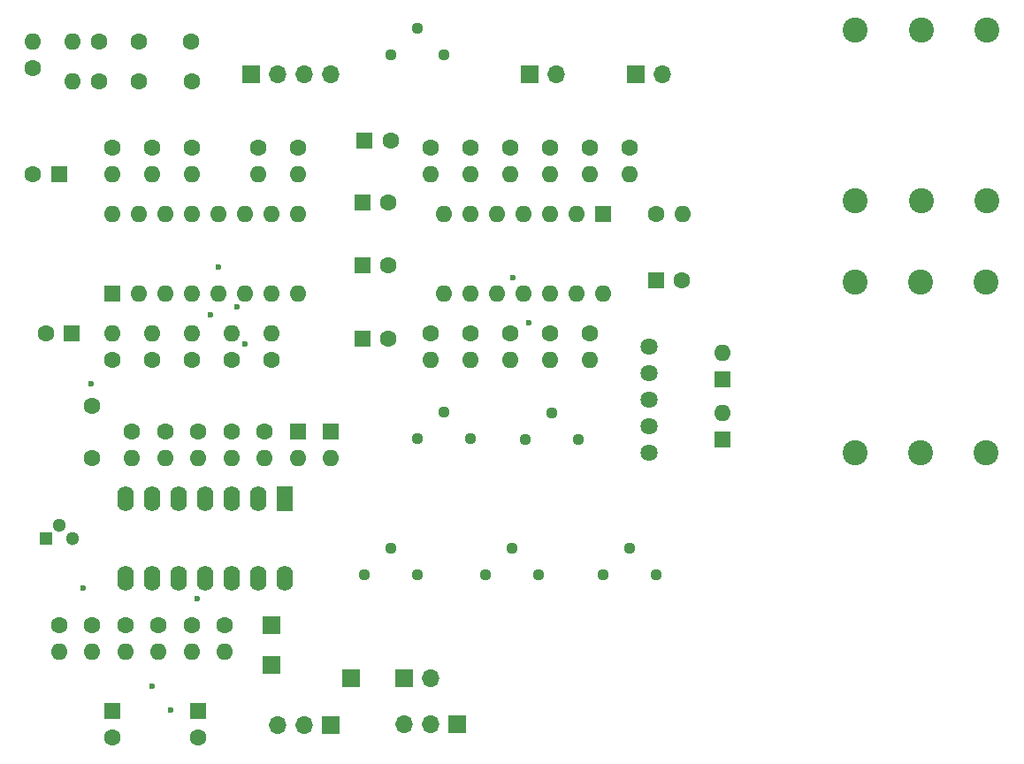
<source format=gts>
G04 #@! TF.GenerationSoftware,KiCad,Pcbnew,8.0.8*
G04 #@! TF.CreationDate,2025-01-25T18:59:26+09:00*
G04 #@! TF.ProjectId,LM13700_VCA,4c4d3133-3730-4305-9f56-43412e6b6963,rev?*
G04 #@! TF.SameCoordinates,Original*
G04 #@! TF.FileFunction,Soldermask,Top*
G04 #@! TF.FilePolarity,Negative*
%FSLAX46Y46*%
G04 Gerber Fmt 4.6, Leading zero omitted, Abs format (unit mm)*
G04 Created by KiCad (PCBNEW 8.0.8) date 2025-01-25 18:59:26*
%MOMM*%
%LPD*%
G01*
G04 APERTURE LIST*
%ADD10C,1.600000*%
%ADD11O,1.600000X1.600000*%
%ADD12C,1.120000*%
%ADD13R,1.600000X1.600000*%
%ADD14R,1.700000X1.700000*%
%ADD15O,1.700000X1.700000*%
%ADD16C,2.400000*%
%ADD17C,1.635000*%
%ADD18R,1.300000X1.300000*%
%ADD19C,1.300000*%
%ADD20R,1.600000X2.400000*%
%ADD21O,1.600000X2.400000*%
%ADD22C,0.600000*%
G04 APERTURE END LIST*
D10*
X51435000Y-72945000D03*
D11*
X51435000Y-75485000D03*
D10*
X80010000Y-45720000D03*
D11*
X80010000Y-48260000D03*
D10*
X80010000Y-63500000D03*
D11*
X80010000Y-66040000D03*
D12*
X78740000Y-73550000D03*
X81280000Y-71010000D03*
X83820000Y-73550000D03*
D10*
X57150000Y-39370000D03*
X52150000Y-39370000D03*
D13*
X107950000Y-67945000D03*
D11*
X107950000Y-65405000D03*
D10*
X50800000Y-91440000D03*
D11*
X50800000Y-93980000D03*
D12*
X96520000Y-86640000D03*
X99060000Y-84100000D03*
X101600000Y-86640000D03*
D10*
X83820000Y-63500000D03*
D11*
X83820000Y-66040000D03*
D10*
X47625000Y-91440000D03*
D11*
X47625000Y-93980000D03*
D10*
X57785000Y-72945000D03*
D11*
X57785000Y-75485000D03*
D13*
X73500000Y-64000000D03*
D10*
X76000000Y-64000000D03*
D14*
X77470000Y-96520000D03*
D15*
X80010000Y-96520000D03*
D14*
X72390000Y-96520000D03*
D10*
X99060000Y-45720000D03*
D11*
X99060000Y-48260000D03*
D13*
X49530000Y-99695000D03*
D10*
X49530000Y-102195000D03*
X60960000Y-66040000D03*
D11*
X60960000Y-63500000D03*
D10*
X48260000Y-35560000D03*
D11*
X45720000Y-35560000D03*
D13*
X107950000Y-73660000D03*
D11*
X107950000Y-71120000D03*
D10*
X87630000Y-63500000D03*
D11*
X87630000Y-66040000D03*
D12*
X73660000Y-86640000D03*
X76200000Y-84100000D03*
X78740000Y-86640000D03*
D10*
X95250000Y-45720000D03*
D11*
X95250000Y-48260000D03*
D13*
X73700000Y-45085000D03*
D10*
X76200000Y-45085000D03*
X101600000Y-52070000D03*
D11*
X104140000Y-52070000D03*
D10*
X57150000Y-45720000D03*
D11*
X57150000Y-48260000D03*
D14*
X64770000Y-95250000D03*
D13*
X49530000Y-59690000D03*
D11*
X52070000Y-59690000D03*
X54610000Y-59690000D03*
X57150000Y-59690000D03*
X59690000Y-59690000D03*
X62230000Y-59690000D03*
X64770000Y-59690000D03*
X67310000Y-59690000D03*
X67310000Y-52070000D03*
X64770000Y-52070000D03*
X62230000Y-52070000D03*
X59690000Y-52070000D03*
X57150000Y-52070000D03*
X54610000Y-52070000D03*
X52070000Y-52070000D03*
X49530000Y-52070000D03*
D14*
X70470000Y-100990000D03*
D15*
X67930000Y-100990000D03*
X65390000Y-100990000D03*
D13*
X57785000Y-99695000D03*
D10*
X57785000Y-102195000D03*
D13*
X96520000Y-52070000D03*
D11*
X93980000Y-52070000D03*
X91440000Y-52070000D03*
X88900000Y-52070000D03*
X86360000Y-52070000D03*
X83820000Y-52070000D03*
X81280000Y-52070000D03*
X81280000Y-59690000D03*
X83820000Y-59690000D03*
X86360000Y-59690000D03*
X88900000Y-59690000D03*
X91440000Y-59690000D03*
X93980000Y-59690000D03*
X96520000Y-59690000D03*
D10*
X41950000Y-38100000D03*
D11*
X41950000Y-35560000D03*
D16*
X127000000Y-50800000D03*
X127000000Y-34500000D03*
X133300000Y-50800000D03*
X133300000Y-34500000D03*
X120700000Y-50800000D03*
X120700000Y-34500000D03*
D10*
X49530000Y-45720000D03*
D11*
X49530000Y-48260000D03*
D13*
X67310000Y-72945000D03*
D11*
X67310000Y-75485000D03*
D13*
X45680000Y-63500000D03*
D10*
X43180000Y-63500000D03*
X44450000Y-91440000D03*
D11*
X44450000Y-93980000D03*
D10*
X53975000Y-91440000D03*
D11*
X53975000Y-93980000D03*
D12*
X89139500Y-73660000D03*
X91679500Y-71120000D03*
X94219500Y-73660000D03*
D17*
X100965000Y-67310000D03*
X100965000Y-69850000D03*
X100965000Y-72390000D03*
X100965000Y-64770000D03*
X100965000Y-74930000D03*
D13*
X73500000Y-51000000D03*
D10*
X76000000Y-51000000D03*
X63500000Y-45720000D03*
D11*
X63500000Y-48260000D03*
D10*
X91440000Y-63500000D03*
D11*
X91440000Y-66040000D03*
D10*
X83820000Y-45720000D03*
D11*
X83820000Y-48260000D03*
D10*
X57150000Y-91440000D03*
D11*
X57150000Y-93980000D03*
D14*
X82550000Y-100965000D03*
D15*
X80010000Y-100965000D03*
X77470000Y-100965000D03*
D14*
X62865000Y-38665000D03*
D15*
X65405000Y-38665000D03*
X67945000Y-38665000D03*
X70485000Y-38665000D03*
D10*
X54610000Y-72945000D03*
D11*
X54610000Y-75485000D03*
D10*
X53340000Y-45720000D03*
D11*
X53340000Y-48260000D03*
D10*
X57150000Y-66040000D03*
D11*
X57150000Y-63500000D03*
D12*
X76200000Y-36830000D03*
X78740000Y-34290000D03*
X81280000Y-36830000D03*
D10*
X53340000Y-66040000D03*
D11*
X53340000Y-63500000D03*
D13*
X101600000Y-58420000D03*
D10*
X104100000Y-58420000D03*
D18*
X43180000Y-83185000D03*
D19*
X44450000Y-81915000D03*
X45720000Y-83185000D03*
D10*
X60960000Y-72945000D03*
D11*
X60960000Y-75485000D03*
D10*
X64135000Y-72945000D03*
D11*
X64135000Y-75485000D03*
D10*
X57070000Y-35560000D03*
X52070000Y-35560000D03*
D16*
X126950000Y-74930000D03*
X126950000Y-58630000D03*
X133250000Y-74930000D03*
X133250000Y-58630000D03*
X120650000Y-74930000D03*
X120650000Y-58630000D03*
D10*
X60325000Y-91440000D03*
D11*
X60325000Y-93980000D03*
D10*
X48260000Y-39370000D03*
D11*
X45720000Y-39370000D03*
D10*
X67310000Y-45720000D03*
D11*
X67310000Y-48260000D03*
D14*
X64770000Y-91440000D03*
D10*
X91440000Y-45720000D03*
D11*
X91440000Y-48260000D03*
D14*
X89530000Y-38665000D03*
D15*
X92070000Y-38665000D03*
D10*
X95250000Y-63500000D03*
D11*
X95250000Y-66040000D03*
D13*
X73500000Y-57000000D03*
D10*
X76000000Y-57000000D03*
D20*
X66045000Y-79305000D03*
D21*
X63505000Y-79305000D03*
X60965000Y-79305000D03*
X58425000Y-79305000D03*
X55885000Y-79305000D03*
X53345000Y-79305000D03*
X50805000Y-79305000D03*
X50805000Y-86925000D03*
X53345000Y-86925000D03*
X55885000Y-86925000D03*
X58425000Y-86925000D03*
X60965000Y-86925000D03*
X63505000Y-86925000D03*
X66045000Y-86925000D03*
D14*
X99695000Y-38665000D03*
D15*
X102235000Y-38665000D03*
D12*
X85329500Y-86640000D03*
X87869500Y-84100000D03*
X90409500Y-86640000D03*
D10*
X87630000Y-45720000D03*
D11*
X87630000Y-48260000D03*
D10*
X64770000Y-66040000D03*
D11*
X64770000Y-63500000D03*
D10*
X49530000Y-66040000D03*
D11*
X49530000Y-63500000D03*
D10*
X47625000Y-75485000D03*
X47625000Y-70485000D03*
D13*
X70485000Y-72945000D03*
D11*
X70485000Y-75485000D03*
D13*
X44450000Y-48260000D03*
D10*
X41950000Y-48260000D03*
D22*
X62230000Y-64516000D03*
X61468000Y-60960000D03*
X87884000Y-58166000D03*
X46736000Y-87884000D03*
X57658000Y-88900000D03*
X47498000Y-68326000D03*
X53340000Y-97282000D03*
X55118000Y-99568000D03*
X59690000Y-57150000D03*
X58928000Y-61722000D03*
X89408000Y-62484000D03*
M02*

</source>
